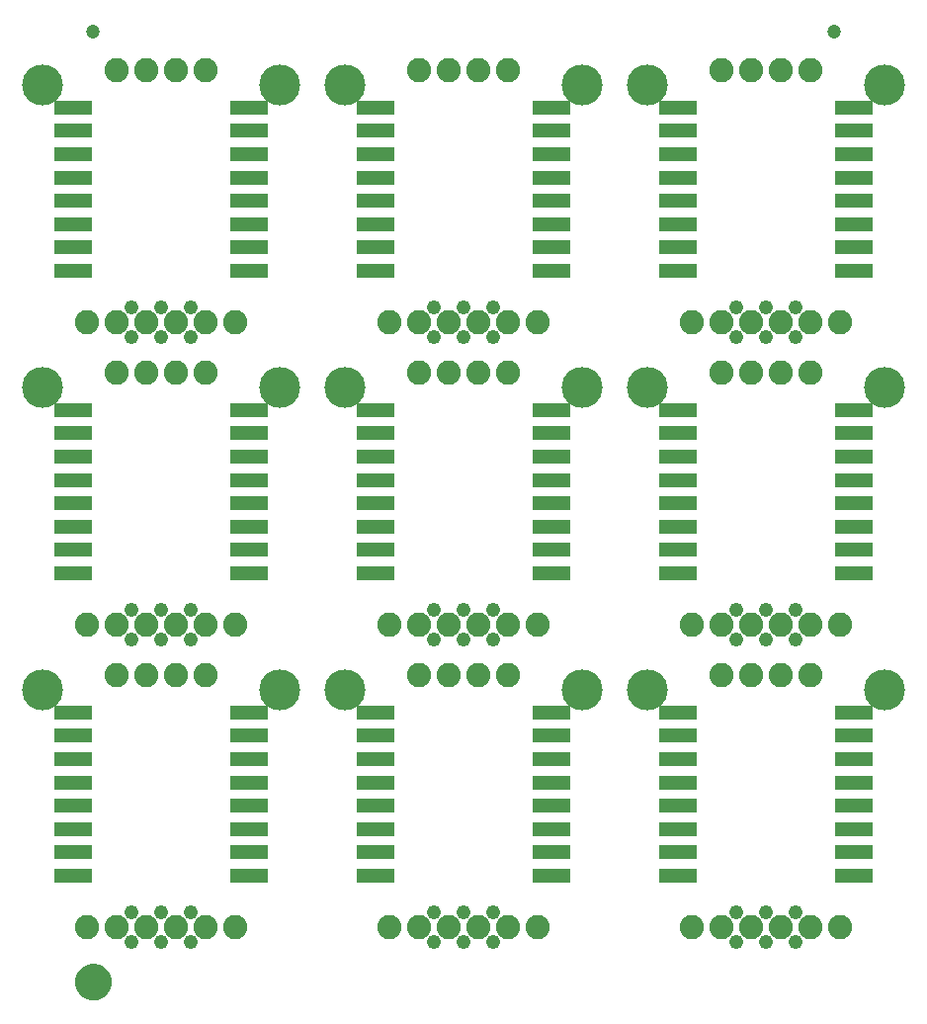
<source format=gbs>
G75*
%MOIN*%
%OFA0B0*%
%FSLAX25Y25*%
%IPPOS*%
%LPD*%
%AMOC8*
5,1,8,0,0,1.08239X$1,22.5*
%
%ADD10C,0.08200*%
%ADD11C,0.04808*%
%ADD12R,0.12611X0.04737*%
%ADD13C,0.13800*%
%ADD14C,0.04737*%
%ADD15C,0.05000*%
%ADD16C,0.06706*%
D10*
X0053750Y0038750D03*
X0063750Y0038750D03*
X0073750Y0038750D03*
X0083750Y0038750D03*
X0093750Y0038750D03*
X0103750Y0038750D03*
X0155750Y0038750D03*
X0165750Y0038750D03*
X0175750Y0038750D03*
X0185750Y0038750D03*
X0195750Y0038750D03*
X0205750Y0038750D03*
X0257750Y0038750D03*
X0267750Y0038750D03*
X0277750Y0038750D03*
X0287750Y0038750D03*
X0297750Y0038750D03*
X0307750Y0038750D03*
X0297750Y0123750D03*
X0287750Y0123750D03*
X0277750Y0123750D03*
X0267750Y0123750D03*
X0267750Y0140750D03*
X0257750Y0140750D03*
X0277750Y0140750D03*
X0287750Y0140750D03*
X0297750Y0140750D03*
X0307750Y0140750D03*
X0297750Y0225750D03*
X0287750Y0225750D03*
X0277750Y0225750D03*
X0267750Y0225750D03*
X0267750Y0242750D03*
X0257750Y0242750D03*
X0277750Y0242750D03*
X0287750Y0242750D03*
X0297750Y0242750D03*
X0307750Y0242750D03*
X0297750Y0327750D03*
X0287750Y0327750D03*
X0277750Y0327750D03*
X0267750Y0327750D03*
X0195750Y0327750D03*
X0185750Y0327750D03*
X0175750Y0327750D03*
X0165750Y0327750D03*
X0093750Y0327750D03*
X0083750Y0327750D03*
X0073750Y0327750D03*
X0063750Y0327750D03*
X0063750Y0242750D03*
X0053750Y0242750D03*
X0063750Y0225750D03*
X0073750Y0225750D03*
X0083750Y0225750D03*
X0093750Y0225750D03*
X0093750Y0242750D03*
X0083750Y0242750D03*
X0073750Y0242750D03*
X0103750Y0242750D03*
X0155750Y0242750D03*
X0165750Y0242750D03*
X0175750Y0242750D03*
X0185750Y0242750D03*
X0195750Y0242750D03*
X0205750Y0242750D03*
X0195750Y0225750D03*
X0185750Y0225750D03*
X0175750Y0225750D03*
X0165750Y0225750D03*
X0165750Y0140750D03*
X0155750Y0140750D03*
X0175750Y0140750D03*
X0185750Y0140750D03*
X0195750Y0140750D03*
X0205750Y0140750D03*
X0195750Y0123750D03*
X0185750Y0123750D03*
X0175750Y0123750D03*
X0165750Y0123750D03*
X0103750Y0140750D03*
X0093750Y0140750D03*
X0083750Y0140750D03*
X0073750Y0140750D03*
X0063750Y0140750D03*
X0053750Y0140750D03*
X0063750Y0123750D03*
X0073750Y0123750D03*
X0083750Y0123750D03*
X0093750Y0123750D03*
D11*
X0088750Y0135750D03*
X0088750Y0145750D03*
X0078750Y0145750D03*
X0068750Y0145750D03*
X0068750Y0135750D03*
X0078750Y0135750D03*
X0170750Y0135750D03*
X0170750Y0145750D03*
X0180750Y0145750D03*
X0190750Y0145750D03*
X0190750Y0135750D03*
X0180750Y0135750D03*
X0272750Y0135750D03*
X0272750Y0145750D03*
X0282750Y0145750D03*
X0292750Y0145750D03*
X0292750Y0135750D03*
X0282750Y0135750D03*
X0282750Y0043750D03*
X0282750Y0033750D03*
X0292750Y0033750D03*
X0292750Y0043750D03*
X0272750Y0043750D03*
X0272750Y0033750D03*
X0190750Y0033750D03*
X0190750Y0043750D03*
X0180750Y0043750D03*
X0180750Y0033750D03*
X0170750Y0033750D03*
X0170750Y0043750D03*
X0088750Y0043750D03*
X0088750Y0033750D03*
X0078750Y0033750D03*
X0078750Y0043750D03*
X0068750Y0043750D03*
X0068750Y0033750D03*
X0068750Y0237750D03*
X0068750Y0247750D03*
X0078750Y0247750D03*
X0078750Y0237750D03*
X0088750Y0237750D03*
X0088750Y0247750D03*
X0170750Y0247750D03*
X0170750Y0237750D03*
X0180750Y0237750D03*
X0180750Y0247750D03*
X0190750Y0247750D03*
X0190750Y0237750D03*
X0272750Y0237750D03*
X0272750Y0247750D03*
X0282750Y0247750D03*
X0282750Y0237750D03*
X0292750Y0237750D03*
X0292750Y0247750D03*
D12*
X0312278Y0260191D03*
X0312278Y0268065D03*
X0312278Y0275939D03*
X0312278Y0283813D03*
X0312278Y0291687D03*
X0312278Y0299561D03*
X0312278Y0307435D03*
X0312278Y0315309D03*
X0253222Y0315309D03*
X0253222Y0307435D03*
X0253222Y0299561D03*
X0253222Y0291687D03*
X0253222Y0283813D03*
X0253222Y0275939D03*
X0253222Y0268065D03*
X0253222Y0260191D03*
X0210278Y0260191D03*
X0210278Y0268065D03*
X0210278Y0275939D03*
X0210278Y0283813D03*
X0210278Y0291687D03*
X0210278Y0299561D03*
X0210278Y0307435D03*
X0210278Y0315309D03*
X0151222Y0315309D03*
X0151222Y0307435D03*
X0151222Y0299561D03*
X0151222Y0291687D03*
X0151222Y0283813D03*
X0151222Y0275939D03*
X0151222Y0268065D03*
X0151222Y0260191D03*
X0108278Y0260191D03*
X0108278Y0268065D03*
X0108278Y0275939D03*
X0108278Y0283813D03*
X0108278Y0291687D03*
X0108278Y0299561D03*
X0108278Y0307435D03*
X0108278Y0315309D03*
X0049222Y0315309D03*
X0049222Y0307435D03*
X0049222Y0299561D03*
X0049222Y0291687D03*
X0049222Y0283813D03*
X0049222Y0275939D03*
X0049222Y0268065D03*
X0049222Y0260191D03*
X0049222Y0213309D03*
X0049222Y0205435D03*
X0049222Y0197561D03*
X0049222Y0189687D03*
X0049222Y0181813D03*
X0049222Y0173939D03*
X0049222Y0166065D03*
X0049222Y0158191D03*
X0049222Y0111309D03*
X0049222Y0103435D03*
X0049222Y0095561D03*
X0049222Y0087687D03*
X0049222Y0079813D03*
X0049222Y0071939D03*
X0049222Y0064065D03*
X0049222Y0056191D03*
X0108278Y0056191D03*
X0108278Y0064065D03*
X0108278Y0071939D03*
X0108278Y0079813D03*
X0108278Y0087687D03*
X0108278Y0095561D03*
X0108278Y0103435D03*
X0108278Y0111309D03*
X0151222Y0111309D03*
X0151222Y0103435D03*
X0151222Y0095561D03*
X0151222Y0087687D03*
X0151222Y0079813D03*
X0151222Y0071939D03*
X0151222Y0064065D03*
X0151222Y0056191D03*
X0210278Y0056191D03*
X0210278Y0064065D03*
X0210278Y0071939D03*
X0210278Y0079813D03*
X0210278Y0087687D03*
X0210278Y0095561D03*
X0210278Y0103435D03*
X0210278Y0111309D03*
X0253222Y0111309D03*
X0253222Y0103435D03*
X0253222Y0095561D03*
X0253222Y0087687D03*
X0253222Y0079813D03*
X0253222Y0071939D03*
X0253222Y0064065D03*
X0253222Y0056191D03*
X0312278Y0056191D03*
X0312278Y0064065D03*
X0312278Y0071939D03*
X0312278Y0079813D03*
X0312278Y0087687D03*
X0312278Y0095561D03*
X0312278Y0103435D03*
X0312278Y0111309D03*
X0312278Y0158191D03*
X0312278Y0166065D03*
X0312278Y0173939D03*
X0312278Y0181813D03*
X0312278Y0189687D03*
X0312278Y0197561D03*
X0312278Y0205435D03*
X0312278Y0213309D03*
X0253222Y0213309D03*
X0253222Y0205435D03*
X0253222Y0197561D03*
X0253222Y0189687D03*
X0253222Y0181813D03*
X0253222Y0173939D03*
X0253222Y0166065D03*
X0253222Y0158191D03*
X0210278Y0158191D03*
X0210278Y0166065D03*
X0210278Y0173939D03*
X0210278Y0181813D03*
X0210278Y0189687D03*
X0210278Y0197561D03*
X0210278Y0205435D03*
X0210278Y0213309D03*
X0151222Y0213309D03*
X0151222Y0205435D03*
X0151222Y0197561D03*
X0151222Y0189687D03*
X0151222Y0181813D03*
X0151222Y0173939D03*
X0151222Y0166065D03*
X0151222Y0158191D03*
X0108278Y0158191D03*
X0108278Y0166065D03*
X0108278Y0173939D03*
X0108278Y0181813D03*
X0108278Y0189687D03*
X0108278Y0197561D03*
X0108278Y0205435D03*
X0108278Y0213309D03*
D13*
X0118750Y0220750D03*
X0140750Y0220750D03*
X0220750Y0220750D03*
X0242750Y0220750D03*
X0322750Y0220750D03*
X0322750Y0322750D03*
X0242750Y0322750D03*
X0220750Y0322750D03*
X0140750Y0322750D03*
X0118750Y0322750D03*
X0038750Y0322750D03*
X0038750Y0220750D03*
X0038750Y0118750D03*
X0118750Y0118750D03*
X0140750Y0118750D03*
X0220750Y0118750D03*
X0242750Y0118750D03*
X0322750Y0118750D03*
D14*
X0305750Y0341000D03*
X0055750Y0341000D03*
D15*
X0052185Y0020500D02*
X0052187Y0020619D01*
X0052193Y0020738D01*
X0052203Y0020857D01*
X0052217Y0020975D01*
X0052235Y0021093D01*
X0052256Y0021210D01*
X0052282Y0021326D01*
X0052312Y0021442D01*
X0052345Y0021556D01*
X0052382Y0021669D01*
X0052423Y0021781D01*
X0052468Y0021892D01*
X0052516Y0022001D01*
X0052568Y0022108D01*
X0052624Y0022213D01*
X0052683Y0022317D01*
X0052745Y0022418D01*
X0052811Y0022518D01*
X0052880Y0022615D01*
X0052952Y0022709D01*
X0053028Y0022802D01*
X0053106Y0022891D01*
X0053187Y0022978D01*
X0053272Y0023063D01*
X0053359Y0023144D01*
X0053448Y0023222D01*
X0053541Y0023298D01*
X0053635Y0023370D01*
X0053732Y0023439D01*
X0053832Y0023505D01*
X0053933Y0023567D01*
X0054037Y0023626D01*
X0054142Y0023682D01*
X0054249Y0023734D01*
X0054358Y0023782D01*
X0054469Y0023827D01*
X0054581Y0023868D01*
X0054694Y0023905D01*
X0054808Y0023938D01*
X0054924Y0023968D01*
X0055040Y0023994D01*
X0055157Y0024015D01*
X0055275Y0024033D01*
X0055393Y0024047D01*
X0055512Y0024057D01*
X0055631Y0024063D01*
X0055750Y0024065D01*
X0055869Y0024063D01*
X0055988Y0024057D01*
X0056107Y0024047D01*
X0056225Y0024033D01*
X0056343Y0024015D01*
X0056460Y0023994D01*
X0056576Y0023968D01*
X0056692Y0023938D01*
X0056806Y0023905D01*
X0056919Y0023868D01*
X0057031Y0023827D01*
X0057142Y0023782D01*
X0057251Y0023734D01*
X0057358Y0023682D01*
X0057463Y0023626D01*
X0057567Y0023567D01*
X0057668Y0023505D01*
X0057768Y0023439D01*
X0057865Y0023370D01*
X0057959Y0023298D01*
X0058052Y0023222D01*
X0058141Y0023144D01*
X0058228Y0023063D01*
X0058313Y0022978D01*
X0058394Y0022891D01*
X0058472Y0022802D01*
X0058548Y0022709D01*
X0058620Y0022615D01*
X0058689Y0022518D01*
X0058755Y0022418D01*
X0058817Y0022317D01*
X0058876Y0022213D01*
X0058932Y0022108D01*
X0058984Y0022001D01*
X0059032Y0021892D01*
X0059077Y0021781D01*
X0059118Y0021669D01*
X0059155Y0021556D01*
X0059188Y0021442D01*
X0059218Y0021326D01*
X0059244Y0021210D01*
X0059265Y0021093D01*
X0059283Y0020975D01*
X0059297Y0020857D01*
X0059307Y0020738D01*
X0059313Y0020619D01*
X0059315Y0020500D01*
X0059313Y0020381D01*
X0059307Y0020262D01*
X0059297Y0020143D01*
X0059283Y0020025D01*
X0059265Y0019907D01*
X0059244Y0019790D01*
X0059218Y0019674D01*
X0059188Y0019558D01*
X0059155Y0019444D01*
X0059118Y0019331D01*
X0059077Y0019219D01*
X0059032Y0019108D01*
X0058984Y0018999D01*
X0058932Y0018892D01*
X0058876Y0018787D01*
X0058817Y0018683D01*
X0058755Y0018582D01*
X0058689Y0018482D01*
X0058620Y0018385D01*
X0058548Y0018291D01*
X0058472Y0018198D01*
X0058394Y0018109D01*
X0058313Y0018022D01*
X0058228Y0017937D01*
X0058141Y0017856D01*
X0058052Y0017778D01*
X0057959Y0017702D01*
X0057865Y0017630D01*
X0057768Y0017561D01*
X0057668Y0017495D01*
X0057567Y0017433D01*
X0057463Y0017374D01*
X0057358Y0017318D01*
X0057251Y0017266D01*
X0057142Y0017218D01*
X0057031Y0017173D01*
X0056919Y0017132D01*
X0056806Y0017095D01*
X0056692Y0017062D01*
X0056576Y0017032D01*
X0056460Y0017006D01*
X0056343Y0016985D01*
X0056225Y0016967D01*
X0056107Y0016953D01*
X0055988Y0016943D01*
X0055869Y0016937D01*
X0055750Y0016935D01*
X0055631Y0016937D01*
X0055512Y0016943D01*
X0055393Y0016953D01*
X0055275Y0016967D01*
X0055157Y0016985D01*
X0055040Y0017006D01*
X0054924Y0017032D01*
X0054808Y0017062D01*
X0054694Y0017095D01*
X0054581Y0017132D01*
X0054469Y0017173D01*
X0054358Y0017218D01*
X0054249Y0017266D01*
X0054142Y0017318D01*
X0054037Y0017374D01*
X0053933Y0017433D01*
X0053832Y0017495D01*
X0053732Y0017561D01*
X0053635Y0017630D01*
X0053541Y0017702D01*
X0053448Y0017778D01*
X0053359Y0017856D01*
X0053272Y0017937D01*
X0053187Y0018022D01*
X0053106Y0018109D01*
X0053028Y0018198D01*
X0052952Y0018291D01*
X0052880Y0018385D01*
X0052811Y0018482D01*
X0052745Y0018582D01*
X0052683Y0018683D01*
X0052624Y0018787D01*
X0052568Y0018892D01*
X0052516Y0018999D01*
X0052468Y0019108D01*
X0052423Y0019219D01*
X0052382Y0019331D01*
X0052345Y0019444D01*
X0052312Y0019558D01*
X0052282Y0019674D01*
X0052256Y0019790D01*
X0052235Y0019907D01*
X0052217Y0020025D01*
X0052203Y0020143D01*
X0052193Y0020262D01*
X0052187Y0020381D01*
X0052185Y0020500D01*
D16*
X0055750Y0020500D03*
M02*

</source>
